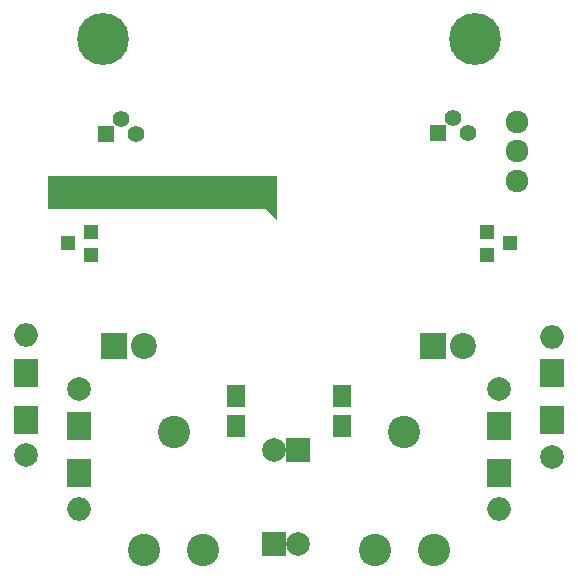
<source format=gbr>
G04 #@! TF.GenerationSoftware,KiCad,Pcbnew,5.0.0*
G04 #@! TF.CreationDate,2018-08-21T17:50:13+02:00*
G04 #@! TF.ProjectId,blink_badge,626C696E6B5F62616467652E6B696361,rev?*
G04 #@! TF.SameCoordinates,Original*
G04 #@! TF.FileFunction,Soldermask,Bot*
G04 #@! TF.FilePolarity,Negative*
%FSLAX46Y46*%
G04 Gerber Fmt 4.6, Leading zero omitted, Abs format (unit mm)*
G04 Created by KiCad (PCBNEW 5.0.0) date Tue Aug 21 17:50:13 2018*
%MOMM*%
%LPD*%
G01*
G04 APERTURE LIST*
%ADD10C,0.010000*%
%ADD11C,4.400000*%
%ADD12C,2.740000*%
%ADD13R,2.000000X2.000000*%
%ADD14C,2.000000*%
%ADD15R,1.650000X1.900000*%
%ADD16O,2.000000X2.000000*%
%ADD17R,2.100000X2.400000*%
%ADD18C,1.924000*%
%ADD19R,2.200000X2.200000*%
%ADD20C,2.200000*%
%ADD21C,1.400000*%
%ADD22R,1.400000X1.400000*%
%ADD23R,1.300000X1.200000*%
G04 APERTURE END LIST*
D10*
G04 #@! TO.C,G\002A\002A\002A*
G36*
X31848000Y-84512000D02*
X50211572Y-84512000D01*
X50681285Y-84985807D01*
X51150999Y-85459615D01*
X51151500Y-83666961D01*
X51152000Y-81874307D01*
X31848000Y-81874307D01*
X31848000Y-84512000D01*
X31848000Y-84512000D01*
G37*
X31848000Y-84512000D02*
X50211572Y-84512000D01*
X50681285Y-84985807D01*
X51150999Y-85459615D01*
X51151500Y-83666961D01*
X51152000Y-81874307D01*
X31848000Y-81874307D01*
X31848000Y-84512000D01*
G04 #@! TD*
D11*
G04 #@! TO.C,*
X36500000Y-70250000D03*
G04 #@! TD*
G04 #@! TO.C,*
X68000000Y-70250000D03*
G04 #@! TD*
D12*
G04 #@! TO.C,RV2*
X59500000Y-113500000D03*
X62000000Y-103500000D03*
X64500000Y-113500000D03*
G04 #@! TD*
D13*
G04 #@! TO.C,C1*
X51000000Y-113000000D03*
D14*
X53000000Y-113000000D03*
G04 #@! TD*
D15*
G04 #@! TO.C,C2*
X47750000Y-100500000D03*
X47750000Y-103000000D03*
G04 #@! TD*
D13*
G04 #@! TO.C,C3*
X53000000Y-105000000D03*
D14*
X51000000Y-105000000D03*
G04 #@! TD*
D15*
G04 #@! TO.C,C4*
X56750000Y-103000000D03*
X56750000Y-100500000D03*
G04 #@! TD*
D14*
G04 #@! TO.C,R1*
X30000000Y-105500000D03*
D16*
X30000000Y-95340000D03*
G04 #@! TD*
D17*
G04 #@! TO.C,R2*
X30000000Y-102500000D03*
X30000000Y-98500000D03*
G04 #@! TD*
D14*
G04 #@! TO.C,R3*
X34500000Y-99840000D03*
D16*
X34500000Y-110000000D03*
G04 #@! TD*
D17*
G04 #@! TO.C,R4*
X34500000Y-103000000D03*
X34500000Y-107000000D03*
G04 #@! TD*
D14*
G04 #@! TO.C,R5*
X70000000Y-99840000D03*
D16*
X70000000Y-110000000D03*
G04 #@! TD*
D17*
G04 #@! TO.C,R6*
X70000000Y-103000000D03*
X70000000Y-107000000D03*
G04 #@! TD*
D14*
G04 #@! TO.C,R7*
X74500000Y-105660000D03*
D16*
X74500000Y-95500000D03*
G04 #@! TD*
D17*
G04 #@! TO.C,R8*
X74500000Y-102500000D03*
X74500000Y-98500000D03*
G04 #@! TD*
D12*
G04 #@! TO.C,RV1*
X40000000Y-113500000D03*
X42500000Y-103500000D03*
X45000000Y-113500000D03*
G04 #@! TD*
D18*
G04 #@! TO.C,SW1*
X71550000Y-82250000D03*
X71550000Y-79750000D03*
X71550000Y-77250000D03*
G04 #@! TD*
D19*
G04 #@! TO.C,D1*
X37460000Y-96250000D03*
D20*
X40000000Y-96250000D03*
G04 #@! TD*
D21*
G04 #@! TO.C,Q1*
X38000000Y-77000000D03*
X39270000Y-78270000D03*
D22*
X36730000Y-78270000D03*
G04 #@! TD*
D21*
G04 #@! TO.C,Q3*
X66130000Y-76930000D03*
X67400000Y-78200000D03*
D22*
X64860000Y-78200000D03*
G04 #@! TD*
D19*
G04 #@! TO.C,D2*
X64460000Y-96250000D03*
D20*
X67000000Y-96250000D03*
G04 #@! TD*
D23*
G04 #@! TO.C,Q2*
X35500000Y-86600000D03*
X35500000Y-88500000D03*
X33500000Y-87550000D03*
G04 #@! TD*
G04 #@! TO.C,Q4*
X69000000Y-88500000D03*
X69000000Y-86600000D03*
X71000000Y-87550000D03*
G04 #@! TD*
M02*

</source>
